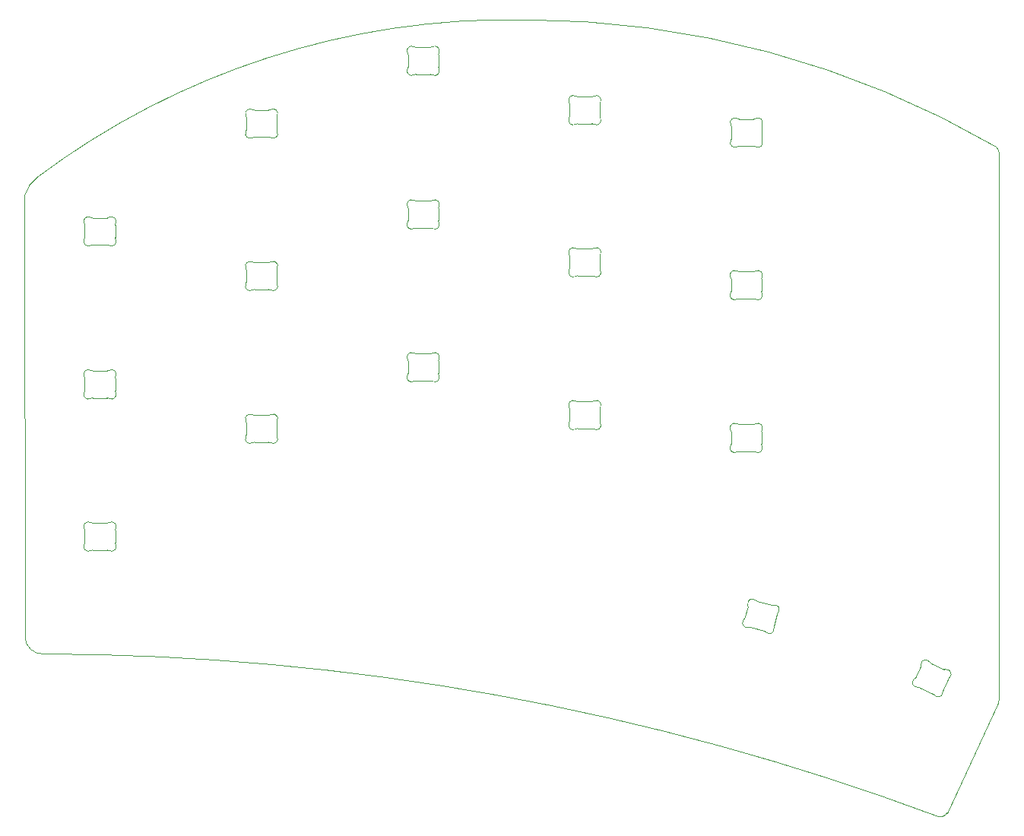
<source format=gbr>
%TF.GenerationSoftware,KiCad,Pcbnew,(6.0.0)*%
%TF.CreationDate,2022-05-06T00:59:20-07:00*%
%TF.ProjectId,half-swept,68616c66-2d73-4776-9570-742e6b696361,rev?*%
%TF.SameCoordinates,Original*%
%TF.FileFunction,Profile,NP*%
%FSLAX46Y46*%
G04 Gerber Fmt 4.6, Leading zero omitted, Abs format (unit mm)*
G04 Created by KiCad (PCBNEW (6.0.0)) date 2022-05-06 00:59:20*
%MOMM*%
%LPD*%
G01*
G04 APERTURE LIST*
%TA.AperFunction,Profile*%
%ADD10C,0.050000*%
%TD*%
%TA.AperFunction,Profile*%
%ADD11C,0.100000*%
%TD*%
G04 APERTURE END LIST*
D10*
X122369655Y-88579386D02*
X116669656Y-100779387D01*
X13929710Y-31976091D02*
X13969912Y-81244410D01*
X122481655Y-27383163D02*
G75*
G03*
X122119658Y-26579389I-1044780J12864D01*
G01*
X15356656Y-29962386D02*
G75*
G03*
X13929710Y-31976091I2445015J-3245011D01*
G01*
X122119658Y-26579388D02*
G75*
G03*
X69619659Y-12429387I-52476918J-90233343D01*
G01*
X115462832Y-101113593D02*
G75*
G03*
X16007656Y-83080508I-99965884J-268055213D01*
G01*
X13969908Y-81244410D02*
G75*
G03*
X16007656Y-83080508I1977998J146411D01*
G01*
X122481657Y-27383163D02*
X122481656Y-88079387D01*
X69619659Y-12429387D02*
G75*
G03*
X15356656Y-29962386I-1656760J-87608459D01*
G01*
X122369655Y-88579386D02*
G75*
G03*
X122481656Y-88079387I-1060057J499998D01*
G01*
X115462833Y-101113592D02*
G75*
G03*
X116669656Y-100779387I439901J757542D01*
G01*
D11*
%TO.C,D12*%
X96539594Y-80658252D02*
G75*
G03*
X96313608Y-80526991I-355400J-351710D01*
G01*
X94778844Y-80115752D02*
G75*
G03*
X94517505Y-80116435I-129408J-482973D01*
G01*
X94474291Y-77753597D02*
G75*
G03*
X94482624Y-77531302I-482953J129408D01*
G01*
X97862368Y-78436901D02*
G75*
G03*
X97351405Y-77628532I-379033J326089D01*
G01*
X97394618Y-79991368D02*
G75*
G03*
X97386285Y-80213664I482954J-129409D01*
G01*
X94006542Y-79308064D02*
G75*
G03*
X94110473Y-79111385I-379023J326085D01*
G01*
X95329315Y-77086714D02*
G75*
G03*
X94482624Y-77531302I-355395J-351702D01*
G01*
X95329316Y-77086713D02*
G75*
G03*
X95555301Y-77217974I355399J351709D01*
G01*
X94006541Y-79308064D02*
G75*
G03*
X94517504Y-80116433I379033J-326089D01*
G01*
X96539593Y-80658253D02*
G75*
G03*
X97386286Y-80213663I355396J351703D01*
G01*
X97862368Y-78436901D02*
G75*
G03*
X97758437Y-78633581I379014J-326081D01*
G01*
X97090066Y-77629214D02*
G75*
G03*
X97351405Y-77628532I129409J482964D01*
G01*
X97758437Y-78633582D02*
X97394619Y-79991368D01*
X96313608Y-80526991D02*
X94778844Y-80115752D01*
X95555301Y-77217976D02*
X97090066Y-77629215D01*
X94110473Y-79111384D02*
X94474291Y-77753597D01*
%TO.C,D16*%
X38570174Y-24919107D02*
G75*
G03*
X39272947Y-25567684I450515J-216877D01*
G01*
X39272947Y-22431088D02*
G75*
G03*
X39525205Y-22499387I252261J431710D01*
G01*
X41366369Y-25567686D02*
G75*
G03*
X41114110Y-25499387I-252261J-431710D01*
G01*
X42069143Y-23079667D02*
G75*
G03*
X41366369Y-22431089I-450516J216877D01*
G01*
X39272947Y-22431088D02*
G75*
G03*
X38570174Y-23079667I-252258J-431701D01*
G01*
X38619659Y-23296545D02*
G75*
G03*
X38570174Y-23079667I-499990J2D01*
G01*
X38570174Y-24919107D02*
G75*
G03*
X38619659Y-24702230I-450505J216876D01*
G01*
X42019657Y-24702229D02*
G75*
G03*
X42069142Y-24919107I499990J-2D01*
G01*
X41114111Y-22499388D02*
G75*
G03*
X41366369Y-22431089I-3J500009D01*
G01*
X41366369Y-25567686D02*
G75*
G03*
X42069142Y-24919106I252259J431700D01*
G01*
X42069142Y-23079667D02*
G75*
G03*
X42019657Y-23296544I450505J-216876D01*
G01*
X39525206Y-25499387D02*
G75*
G03*
X39272948Y-25567686I3J-500009D01*
G01*
X41114110Y-25499387D02*
X39525206Y-25499387D01*
X39525206Y-22499388D02*
X41114111Y-22499388D01*
X42019657Y-23296545D02*
X42019657Y-24702229D01*
X38619659Y-24702229D02*
X38619659Y-23296545D01*
%TO.C,D8*%
X56619655Y-50430545D02*
G75*
G03*
X56570170Y-50213667I-499990J2D01*
G01*
X59366365Y-52701686D02*
G75*
G03*
X59114106Y-52633387I-252261J-431710D01*
G01*
X60069138Y-50213667D02*
G75*
G03*
X60019653Y-50430544I450505J-216876D01*
G01*
X59114107Y-49633388D02*
G75*
G03*
X59366365Y-49565089I-3J500009D01*
G01*
X57272943Y-49565088D02*
G75*
G03*
X57525201Y-49633387I252261J431710D01*
G01*
X60019653Y-51836229D02*
G75*
G03*
X60069138Y-52053107I499990J-2D01*
G01*
X57272943Y-49565088D02*
G75*
G03*
X56570170Y-50213667I-252258J-431701D01*
G01*
X56570170Y-52053107D02*
G75*
G03*
X56619655Y-51836230I-450505J216876D01*
G01*
X56570170Y-52053107D02*
G75*
G03*
X57272943Y-52701684I450515J-216877D01*
G01*
X57525202Y-52633387D02*
G75*
G03*
X57272944Y-52701686I3J-500009D01*
G01*
X60069139Y-50213667D02*
G75*
G03*
X59366365Y-49565089I-450516J216877D01*
G01*
X59366365Y-52701686D02*
G75*
G03*
X60069138Y-52053106I252259J431700D01*
G01*
X59114106Y-52633387D02*
X57525202Y-52633387D01*
X57525202Y-49633388D02*
X59114107Y-49633388D01*
X60019653Y-50430545D02*
X60019653Y-51836229D01*
X56619655Y-51836229D02*
X56619655Y-50430545D01*
%TO.C,D2*%
X56619656Y-16296546D02*
G75*
G03*
X56570171Y-16079668I-499990J2D01*
G01*
X60019654Y-17702230D02*
G75*
G03*
X60069139Y-17919108I499990J-2D01*
G01*
X57525203Y-18499388D02*
G75*
G03*
X57272945Y-18567687I3J-500009D01*
G01*
X56570171Y-17919108D02*
G75*
G03*
X56619656Y-17702231I-450505J216876D01*
G01*
X60069139Y-16079668D02*
G75*
G03*
X60019654Y-16296545I450505J-216876D01*
G01*
X57272944Y-15431089D02*
G75*
G03*
X56570171Y-16079668I-252258J-431701D01*
G01*
X59114108Y-15499389D02*
G75*
G03*
X59366366Y-15431090I-3J500009D01*
G01*
X59366366Y-18567687D02*
G75*
G03*
X59114107Y-18499388I-252261J-431710D01*
G01*
X57272944Y-15431089D02*
G75*
G03*
X57525202Y-15499388I252261J431710D01*
G01*
X59366366Y-18567687D02*
G75*
G03*
X60069139Y-17919107I252259J431700D01*
G01*
X60069140Y-16079668D02*
G75*
G03*
X59366366Y-15431090I-450516J216877D01*
G01*
X56570171Y-17919108D02*
G75*
G03*
X57272944Y-18567685I450515J-216877D01*
G01*
X57525203Y-15499389D02*
X59114108Y-15499389D01*
X59114107Y-18499388D02*
X57525203Y-18499388D01*
X60019654Y-16296546D02*
X60019654Y-17702230D01*
X56619656Y-17702230D02*
X56619656Y-16296546D01*
%TO.C,D15*%
X116213259Y-87152947D02*
G75*
G03*
X116166451Y-87370419I453144J-211307D01*
G01*
X115255421Y-87661226D02*
G75*
G03*
X116166452Y-87370418I411069J284644D01*
G01*
X113725882Y-84442064D02*
G75*
G03*
X113772690Y-84224592I-453144J211307D01*
G01*
X116943832Y-85703321D02*
G75*
G03*
X116581004Y-84818504I-316649J386954D01*
G01*
X116323517Y-84773795D02*
G75*
G03*
X116581004Y-84818504I211308J453155D01*
G01*
X114683721Y-83933784D02*
G75*
G03*
X114883479Y-84102293I411074J284651D01*
G01*
X115255421Y-87661226D02*
G75*
G03*
X115055661Y-87492717I-411079J-284658D01*
G01*
X116943832Y-85703320D02*
G75*
G03*
X116807327Y-85878964I316633J-386942D01*
G01*
X114683720Y-83933785D02*
G75*
G03*
X113772690Y-84224592I-411068J-284645D01*
G01*
X112995309Y-85891691D02*
G75*
G03*
X113358137Y-86776506I316649J-386953D01*
G01*
X112995309Y-85891691D02*
G75*
G03*
X113131814Y-85716047I-316640J386948D01*
G01*
X113615625Y-86821217D02*
G75*
G03*
X113358138Y-86776508I-211308J-453155D01*
G01*
X113131815Y-85716046D02*
X113725882Y-84442064D01*
X115055661Y-87492717D02*
X113615625Y-86821217D01*
X116807327Y-85878965D02*
X116213259Y-87152947D01*
X114883480Y-84102295D02*
X116323517Y-84773795D01*
%TO.C,D11*%
X75272945Y-54899090D02*
G75*
G03*
X75525203Y-54967389I252261J431710D01*
G01*
X78069141Y-55547669D02*
G75*
G03*
X77366367Y-54899091I-450516J216877D01*
G01*
X75272945Y-54899090D02*
G75*
G03*
X74570172Y-55547669I-252258J-431701D01*
G01*
X77114109Y-54967390D02*
G75*
G03*
X77366367Y-54899091I-3J500009D01*
G01*
X74570172Y-57387109D02*
G75*
G03*
X75272945Y-58035686I450515J-216877D01*
G01*
X74570172Y-57387109D02*
G75*
G03*
X74619657Y-57170232I-450505J216876D01*
G01*
X77366367Y-58035688D02*
G75*
G03*
X78069140Y-57387108I252259J431700D01*
G01*
X78069140Y-55547669D02*
G75*
G03*
X78019655Y-55764546I450505J-216876D01*
G01*
X78019655Y-57170231D02*
G75*
G03*
X78069140Y-57387109I499990J-2D01*
G01*
X77366367Y-58035688D02*
G75*
G03*
X77114108Y-57967389I-252261J-431710D01*
G01*
X74619657Y-55764547D02*
G75*
G03*
X74570172Y-55547669I-499990J2D01*
G01*
X75525204Y-57967389D02*
G75*
G03*
X75272946Y-58035688I3J-500009D01*
G01*
X77114108Y-57967389D02*
X75525204Y-57967389D01*
X78019655Y-55764547D02*
X78019655Y-57170231D01*
X75525204Y-54967390D02*
X77114109Y-54967390D01*
X74619657Y-57170231D02*
X74619657Y-55764547D01*
%TO.C,D14*%
X78019657Y-40152232D02*
G75*
G03*
X78069142Y-40369110I499990J-2D01*
G01*
X78069143Y-38529670D02*
G75*
G03*
X77366369Y-37881092I-450516J216877D01*
G01*
X78069142Y-38529670D02*
G75*
G03*
X78019657Y-38746547I450505J-216876D01*
G01*
X75525206Y-40949390D02*
G75*
G03*
X75272948Y-41017689I3J-500009D01*
G01*
X75272947Y-37881091D02*
G75*
G03*
X74570174Y-38529670I-252258J-431701D01*
G01*
X77366369Y-41017689D02*
G75*
G03*
X77114110Y-40949390I-252261J-431710D01*
G01*
X77366369Y-41017689D02*
G75*
G03*
X78069142Y-40369109I252259J431700D01*
G01*
X74619659Y-38746548D02*
G75*
G03*
X74570174Y-38529670I-499990J2D01*
G01*
X75272947Y-37881091D02*
G75*
G03*
X75525205Y-37949390I252261J431710D01*
G01*
X74570174Y-40369110D02*
G75*
G03*
X75272947Y-41017687I450515J-216877D01*
G01*
X74570174Y-40369110D02*
G75*
G03*
X74619659Y-40152233I-450505J216876D01*
G01*
X77114111Y-37949391D02*
G75*
G03*
X77366369Y-37881092I-3J500009D01*
G01*
X75525206Y-37949391D02*
X77114111Y-37949391D01*
X78019657Y-38746548D02*
X78019657Y-40152232D01*
X74619659Y-40152232D02*
X74619659Y-38746548D01*
X77114110Y-40949390D02*
X75525206Y-40949390D01*
%TO.C,D10*%
X42069140Y-57071666D02*
G75*
G03*
X41366366Y-56423088I-450516J216877D01*
G01*
X38619656Y-57288544D02*
G75*
G03*
X38570171Y-57071666I-499990J2D01*
G01*
X39272944Y-56423087D02*
G75*
G03*
X39525202Y-56491386I252261J431710D01*
G01*
X38570171Y-58911106D02*
G75*
G03*
X38619656Y-58694229I-450505J216876D01*
G01*
X39272944Y-56423087D02*
G75*
G03*
X38570171Y-57071666I-252258J-431701D01*
G01*
X42019654Y-58694228D02*
G75*
G03*
X42069139Y-58911106I499990J-2D01*
G01*
X38570171Y-58911106D02*
G75*
G03*
X39272944Y-59559683I450515J-216877D01*
G01*
X39525203Y-59491386D02*
G75*
G03*
X39272945Y-59559685I3J-500009D01*
G01*
X41114108Y-56491387D02*
G75*
G03*
X41366366Y-56423088I-3J500009D01*
G01*
X41366366Y-59559685D02*
G75*
G03*
X41114107Y-59491386I-252261J-431710D01*
G01*
X41366366Y-59559685D02*
G75*
G03*
X42069139Y-58911105I252259J431700D01*
G01*
X42069139Y-57071666D02*
G75*
G03*
X42019654Y-57288543I450505J-216876D01*
G01*
X42019654Y-57288544D02*
X42019654Y-58694228D01*
X38619656Y-58694228D02*
X38619656Y-57288544D01*
X41114107Y-59491386D02*
X39525203Y-59491386D01*
X39525203Y-56491387D02*
X41114108Y-56491387D01*
%TO.C,D1*%
X20570171Y-36919108D02*
G75*
G03*
X20619656Y-36702231I-450505J216876D01*
G01*
X20619656Y-35296546D02*
G75*
G03*
X20570171Y-35079668I-499990J2D01*
G01*
X21272944Y-34431089D02*
G75*
G03*
X21525202Y-34499388I252261J431710D01*
G01*
X24069139Y-35079668D02*
G75*
G03*
X24019654Y-35296545I450505J-216876D01*
G01*
X23366366Y-37567687D02*
G75*
G03*
X24069139Y-36919107I252259J431700D01*
G01*
X20570171Y-36919108D02*
G75*
G03*
X21272944Y-37567685I450515J-216877D01*
G01*
X24069140Y-35079668D02*
G75*
G03*
X23366366Y-34431090I-450516J216877D01*
G01*
X24019654Y-36702230D02*
G75*
G03*
X24069139Y-36919108I499990J-2D01*
G01*
X23366366Y-37567687D02*
G75*
G03*
X23114107Y-37499388I-252261J-431710D01*
G01*
X21525203Y-37499388D02*
G75*
G03*
X21272945Y-37567687I3J-500009D01*
G01*
X23114108Y-34499389D02*
G75*
G03*
X23366366Y-34431090I-3J500009D01*
G01*
X21272944Y-34431089D02*
G75*
G03*
X20570171Y-35079668I-252258J-431701D01*
G01*
X21525203Y-34499389D02*
X23114108Y-34499389D01*
X23114107Y-37499388D02*
X21525203Y-37499388D01*
X24019654Y-35296546D02*
X24019654Y-36702230D01*
X20619656Y-36702230D02*
X20619656Y-35296546D01*
%TO.C,D9*%
X95346369Y-60575687D02*
G75*
G03*
X96049142Y-59927107I252259J431700D01*
G01*
X96049142Y-58087668D02*
G75*
G03*
X95999657Y-58304545I450505J-216876D01*
G01*
X92599659Y-58304546D02*
G75*
G03*
X92550174Y-58087668I-499990J2D01*
G01*
X93252947Y-57439089D02*
G75*
G03*
X93505205Y-57507388I252261J431710D01*
G01*
X95094111Y-57507389D02*
G75*
G03*
X95346369Y-57439090I-3J500009D01*
G01*
X93505206Y-60507388D02*
G75*
G03*
X93252948Y-60575687I3J-500009D01*
G01*
X92550174Y-59927108D02*
G75*
G03*
X93252947Y-60575685I450515J-216877D01*
G01*
X96049143Y-58087668D02*
G75*
G03*
X95346369Y-57439090I-450516J216877D01*
G01*
X95346369Y-60575687D02*
G75*
G03*
X95094110Y-60507388I-252261J-431710D01*
G01*
X92550174Y-59927108D02*
G75*
G03*
X92599659Y-59710231I-450505J216876D01*
G01*
X95999657Y-59710230D02*
G75*
G03*
X96049142Y-59927108I499990J-2D01*
G01*
X93252947Y-57439089D02*
G75*
G03*
X92550174Y-58087668I-252258J-431701D01*
G01*
X95999657Y-58304546D02*
X95999657Y-59710230D01*
X95094110Y-60507388D02*
X93505206Y-60507388D01*
X92599659Y-59710230D02*
X92599659Y-58304546D01*
X93505206Y-57507389D02*
X95094111Y-57507389D01*
%TO.C,D17*%
X74570171Y-23419107D02*
G75*
G03*
X74619656Y-23202230I-450505J216876D01*
G01*
X78069140Y-21579667D02*
G75*
G03*
X77366366Y-20931089I-450516J216877D01*
G01*
X77114108Y-20999388D02*
G75*
G03*
X77366366Y-20931089I-3J500009D01*
G01*
X78019654Y-23202229D02*
G75*
G03*
X78069139Y-23419107I499990J-2D01*
G01*
X75525203Y-23999387D02*
G75*
G03*
X75272945Y-24067686I3J-500009D01*
G01*
X77366366Y-24067686D02*
G75*
G03*
X77114107Y-23999387I-252261J-431710D01*
G01*
X77366366Y-24067686D02*
G75*
G03*
X78069139Y-23419106I252259J431700D01*
G01*
X78069139Y-21579667D02*
G75*
G03*
X78019654Y-21796544I450505J-216876D01*
G01*
X74570171Y-23419107D02*
G75*
G03*
X75272944Y-24067684I450515J-216877D01*
G01*
X75272944Y-20931088D02*
G75*
G03*
X75525202Y-20999387I252261J431710D01*
G01*
X74619656Y-21796545D02*
G75*
G03*
X74570171Y-21579667I-499990J2D01*
G01*
X75272944Y-20931088D02*
G75*
G03*
X74570171Y-21579667I-252258J-431701D01*
G01*
X75525203Y-20999388D02*
X77114108Y-20999388D01*
X77114107Y-23999387D02*
X75525203Y-23999387D01*
X78019654Y-21796545D02*
X78019654Y-23202229D01*
X74619656Y-23202229D02*
X74619656Y-21796545D01*
%TO.C,D4*%
X24019652Y-53752230D02*
G75*
G03*
X24069137Y-53969108I499990J-2D01*
G01*
X20570169Y-53969108D02*
G75*
G03*
X20619654Y-53752231I-450505J216876D01*
G01*
X20619654Y-52346546D02*
G75*
G03*
X20570169Y-52129668I-499990J2D01*
G01*
X23114106Y-51549389D02*
G75*
G03*
X23366364Y-51481090I-3J500009D01*
G01*
X20570169Y-53969108D02*
G75*
G03*
X21272942Y-54617685I450515J-216877D01*
G01*
X21525201Y-54549388D02*
G75*
G03*
X21272943Y-54617687I3J-500009D01*
G01*
X24069138Y-52129668D02*
G75*
G03*
X23366364Y-51481090I-450516J216877D01*
G01*
X21272942Y-51481089D02*
G75*
G03*
X20570169Y-52129668I-252258J-431701D01*
G01*
X24069137Y-52129668D02*
G75*
G03*
X24019652Y-52346545I450505J-216876D01*
G01*
X23366364Y-54617687D02*
G75*
G03*
X24069137Y-53969107I252259J431700D01*
G01*
X21272942Y-51481089D02*
G75*
G03*
X21525200Y-51549388I252261J431710D01*
G01*
X23366364Y-54617687D02*
G75*
G03*
X23114105Y-54549388I-252261J-431710D01*
G01*
X24019652Y-52346546D02*
X24019652Y-53752230D01*
X21525201Y-51549389D02*
X23114106Y-51549389D01*
X23114105Y-54549388D02*
X21525201Y-54549388D01*
X20619654Y-53752230D02*
X20619654Y-52346546D01*
%TO.C,D3*%
X93525203Y-26499388D02*
G75*
G03*
X93272945Y-26567687I3J-500009D01*
G01*
X92570171Y-25919108D02*
G75*
G03*
X92619656Y-25702231I-450505J216876D01*
G01*
X96069139Y-24079668D02*
G75*
G03*
X96019654Y-24296545I450505J-216876D01*
G01*
X95366366Y-26567687D02*
G75*
G03*
X96069139Y-25919107I252259J431700D01*
G01*
X96069140Y-24079668D02*
G75*
G03*
X95366366Y-23431090I-450516J216877D01*
G01*
X93272944Y-23431089D02*
G75*
G03*
X92570171Y-24079668I-252258J-431701D01*
G01*
X96019654Y-25702230D02*
G75*
G03*
X96069139Y-25919108I499990J-2D01*
G01*
X95114108Y-23499389D02*
G75*
G03*
X95366366Y-23431090I-3J500009D01*
G01*
X95366366Y-26567687D02*
G75*
G03*
X95114107Y-26499388I-252261J-431710D01*
G01*
X93272944Y-23431089D02*
G75*
G03*
X93525202Y-23499388I252261J431710D01*
G01*
X92570171Y-25919108D02*
G75*
G03*
X93272944Y-26567685I450515J-216877D01*
G01*
X92619656Y-24296546D02*
G75*
G03*
X92570171Y-24079668I-499990J2D01*
G01*
X92619656Y-25702230D02*
X92619656Y-24296546D01*
X95114107Y-26499388D02*
X93525203Y-26499388D01*
X96019654Y-24296546D02*
X96019654Y-25702230D01*
X93525203Y-23499389D02*
X95114108Y-23499389D01*
%TO.C,D7*%
X23114109Y-68499389D02*
G75*
G03*
X23366367Y-68431090I-3J500009D01*
G01*
X24019655Y-70702230D02*
G75*
G03*
X24069140Y-70919108I499990J-2D01*
G01*
X23366367Y-71567687D02*
G75*
G03*
X23114108Y-71499388I-252261J-431710D01*
G01*
X20570172Y-70919108D02*
G75*
G03*
X20619657Y-70702231I-450505J216876D01*
G01*
X24069141Y-69079668D02*
G75*
G03*
X23366367Y-68431090I-450516J216877D01*
G01*
X21272945Y-68431089D02*
G75*
G03*
X20570172Y-69079668I-252258J-431701D01*
G01*
X21272945Y-68431089D02*
G75*
G03*
X21525203Y-68499388I252261J431710D01*
G01*
X20570172Y-70919108D02*
G75*
G03*
X21272945Y-71567685I450515J-216877D01*
G01*
X24069140Y-69079668D02*
G75*
G03*
X24019655Y-69296545I450505J-216876D01*
G01*
X20619657Y-69296546D02*
G75*
G03*
X20570172Y-69079668I-499990J2D01*
G01*
X21525204Y-71499388D02*
G75*
G03*
X21272946Y-71567687I3J-500009D01*
G01*
X23366367Y-71567687D02*
G75*
G03*
X24069140Y-70919107I252259J431700D01*
G01*
X20619657Y-70702230D02*
X20619657Y-69296546D01*
X23114108Y-71499388D02*
X21525204Y-71499388D01*
X24019655Y-69296546D02*
X24019655Y-70702230D01*
X21525204Y-68499389D02*
X23114109Y-68499389D01*
%TO.C,D5*%
X57272947Y-32547088D02*
G75*
G03*
X56570174Y-33195667I-252258J-431701D01*
G01*
X60069143Y-33195667D02*
G75*
G03*
X59366369Y-32547089I-450516J216877D01*
G01*
X56570174Y-35035107D02*
G75*
G03*
X57272947Y-35683684I450515J-216877D01*
G01*
X60019657Y-34818229D02*
G75*
G03*
X60069142Y-35035107I499990J-2D01*
G01*
X60069142Y-33195667D02*
G75*
G03*
X60019657Y-33412544I450505J-216876D01*
G01*
X59366369Y-35683686D02*
G75*
G03*
X59114110Y-35615387I-252261J-431710D01*
G01*
X57525206Y-35615387D02*
G75*
G03*
X57272948Y-35683686I3J-500009D01*
G01*
X56570174Y-35035107D02*
G75*
G03*
X56619659Y-34818230I-450505J216876D01*
G01*
X59366369Y-35683686D02*
G75*
G03*
X60069142Y-35035106I252259J431700D01*
G01*
X57272947Y-32547088D02*
G75*
G03*
X57525205Y-32615387I252261J431710D01*
G01*
X59114111Y-32615388D02*
G75*
G03*
X59366369Y-32547089I-3J500009D01*
G01*
X56619659Y-33412545D02*
G75*
G03*
X56570174Y-33195667I-499990J2D01*
G01*
X57525206Y-32615388D02*
X59114111Y-32615388D01*
X59114110Y-35615387D02*
X57525206Y-35615387D01*
X60019657Y-33412545D02*
X60019657Y-34818229D01*
X56619659Y-34818229D02*
X56619659Y-33412545D01*
%TO.C,D6*%
X95346366Y-43557687D02*
G75*
G03*
X96049139Y-42909107I252259J431700D01*
G01*
X93252944Y-40421089D02*
G75*
G03*
X92550171Y-41069668I-252258J-431701D01*
G01*
X95094108Y-40489389D02*
G75*
G03*
X95346366Y-40421090I-3J500009D01*
G01*
X92550171Y-42909108D02*
G75*
G03*
X92599656Y-42692231I-450505J216876D01*
G01*
X93252944Y-40421089D02*
G75*
G03*
X93505202Y-40489388I252261J431710D01*
G01*
X92599656Y-41286546D02*
G75*
G03*
X92550171Y-41069668I-499990J2D01*
G01*
X95999654Y-42692230D02*
G75*
G03*
X96049139Y-42909108I499990J-2D01*
G01*
X96049140Y-41069668D02*
G75*
G03*
X95346366Y-40421090I-450516J216877D01*
G01*
X93505203Y-43489388D02*
G75*
G03*
X93252945Y-43557687I3J-500009D01*
G01*
X96049139Y-41069668D02*
G75*
G03*
X95999654Y-41286545I450505J-216876D01*
G01*
X92550171Y-42909108D02*
G75*
G03*
X93252944Y-43557685I450515J-216877D01*
G01*
X95346366Y-43557687D02*
G75*
G03*
X95094107Y-43489388I-252261J-431710D01*
G01*
X93505203Y-40489389D02*
X95094108Y-40489389D01*
X92599656Y-42692230D02*
X92599656Y-41286546D01*
X95094107Y-43489388D02*
X93505203Y-43489388D01*
X95999654Y-41286546D02*
X95999654Y-42692230D01*
%TO.C,D13*%
X39525204Y-42473388D02*
G75*
G03*
X39272946Y-42541687I3J-500009D01*
G01*
X38619657Y-40270546D02*
G75*
G03*
X38570172Y-40053668I-499990J2D01*
G01*
X42069140Y-40053668D02*
G75*
G03*
X42019655Y-40270545I450505J-216876D01*
G01*
X39272945Y-39405089D02*
G75*
G03*
X39525203Y-39473388I252261J431710D01*
G01*
X38570172Y-41893108D02*
G75*
G03*
X39272945Y-42541685I450515J-216877D01*
G01*
X41366367Y-42541687D02*
G75*
G03*
X41114108Y-42473388I-252261J-431710D01*
G01*
X42019655Y-41676230D02*
G75*
G03*
X42069140Y-41893108I499990J-2D01*
G01*
X39272945Y-39405089D02*
G75*
G03*
X38570172Y-40053668I-252258J-431701D01*
G01*
X38570172Y-41893108D02*
G75*
G03*
X38619657Y-41676231I-450505J216876D01*
G01*
X41114109Y-39473389D02*
G75*
G03*
X41366367Y-39405090I-3J500009D01*
G01*
X41366367Y-42541687D02*
G75*
G03*
X42069140Y-41893107I252259J431700D01*
G01*
X42069141Y-40053668D02*
G75*
G03*
X41366367Y-39405090I-450516J216877D01*
G01*
X39525204Y-39473389D02*
X41114109Y-39473389D01*
X38619657Y-41676230D02*
X38619657Y-40270546D01*
X41114108Y-42473388D02*
X39525204Y-42473388D01*
X42019655Y-40270546D02*
X42019655Y-41676230D01*
%TO.C,D34*%
X39525206Y-25499387D02*
G75*
G03*
X39272947Y-25567686I-6J-499982D01*
G01*
X38570174Y-24919106D02*
G75*
G03*
X39272947Y-25567686I450515J-216879D01*
G01*
X41366369Y-25567684D02*
G75*
G03*
X42069142Y-24919107I252258J431700D01*
G01*
X41366368Y-25567686D02*
G75*
G03*
X41114110Y-25499387I-252261J-431710D01*
G01*
X38619659Y-23296544D02*
G75*
G03*
X38570174Y-23079667I-499990J1D01*
G01*
X39272947Y-22431089D02*
G75*
G03*
X39525205Y-22499388I252261J431710D01*
G01*
X39272947Y-22431090D02*
G75*
G03*
X38570174Y-23079667I-252258J-431700D01*
G01*
X38570174Y-24919107D02*
G75*
G03*
X38619659Y-24702229I-450505J216876D01*
G01*
X42069142Y-23079667D02*
G75*
G03*
X41366369Y-22431088I-450515J216878D01*
G01*
X41114111Y-22499387D02*
G75*
G03*
X41366369Y-22431088I5J499982D01*
G01*
X42019657Y-24702230D02*
G75*
G03*
X42069142Y-24919107I499990J-1D01*
G01*
X42069142Y-23079667D02*
G75*
G03*
X42019657Y-23296545I450505J-216876D01*
G01*
X42019657Y-24702229D02*
X42019657Y-23296545D01*
X38619659Y-23296545D02*
X38619659Y-24702229D01*
X41114110Y-22499388D02*
X39525205Y-22499388D01*
X39525206Y-25499387D02*
X41114110Y-25499387D01*
%TO.C,D26*%
X60019653Y-51836230D02*
G75*
G03*
X60069138Y-52053107I499990J-1D01*
G01*
X57525202Y-52633387D02*
G75*
G03*
X57272943Y-52701686I-6J-499982D01*
G01*
X59114107Y-49633387D02*
G75*
G03*
X59366365Y-49565088I5J499982D01*
G01*
X56619655Y-50430544D02*
G75*
G03*
X56570170Y-50213667I-499990J1D01*
G01*
X59366364Y-52701686D02*
G75*
G03*
X59114106Y-52633387I-252261J-431710D01*
G01*
X57272943Y-49565090D02*
G75*
G03*
X56570170Y-50213667I-252258J-431700D01*
G01*
X60069138Y-50213667D02*
G75*
G03*
X60019653Y-50430545I450505J-216876D01*
G01*
X56570170Y-52053106D02*
G75*
G03*
X57272943Y-52701686I450515J-216879D01*
G01*
X57272943Y-49565089D02*
G75*
G03*
X57525201Y-49633388I252261J431710D01*
G01*
X56570170Y-52053107D02*
G75*
G03*
X56619655Y-51836229I-450505J216876D01*
G01*
X60069138Y-50213667D02*
G75*
G03*
X59366365Y-49565088I-450515J216878D01*
G01*
X59366365Y-52701684D02*
G75*
G03*
X60069138Y-52053107I252258J431700D01*
G01*
X59114106Y-49633388D02*
X57525201Y-49633388D01*
X57525202Y-52633387D02*
X59114106Y-52633387D01*
X56619655Y-50430545D02*
X56619655Y-51836229D01*
X60019653Y-51836229D02*
X60019653Y-50430545D01*
%TO.C,D31*%
X41366366Y-42541687D02*
G75*
G03*
X41114108Y-42473388I-252261J-431710D01*
G01*
X42069140Y-40053668D02*
G75*
G03*
X41366367Y-39405089I-450515J216878D01*
G01*
X38570172Y-41893108D02*
G75*
G03*
X38619657Y-41676230I-450505J216876D01*
G01*
X42019655Y-41676231D02*
G75*
G03*
X42069140Y-41893108I499990J-1D01*
G01*
X38619657Y-40270545D02*
G75*
G03*
X38570172Y-40053668I-499990J1D01*
G01*
X39272945Y-39405090D02*
G75*
G03*
X39525203Y-39473389I252261J431710D01*
G01*
X41366367Y-42541685D02*
G75*
G03*
X42069140Y-41893108I252258J431700D01*
G01*
X39272945Y-39405091D02*
G75*
G03*
X38570172Y-40053668I-252258J-431700D01*
G01*
X39525204Y-42473388D02*
G75*
G03*
X39272945Y-42541687I-6J-499982D01*
G01*
X38570172Y-41893107D02*
G75*
G03*
X39272945Y-42541687I450515J-216879D01*
G01*
X41114109Y-39473388D02*
G75*
G03*
X41366367Y-39405089I5J499982D01*
G01*
X42069140Y-40053668D02*
G75*
G03*
X42019655Y-40270546I450505J-216876D01*
G01*
X41114108Y-39473389D02*
X39525203Y-39473389D01*
X39525204Y-42473388D02*
X41114108Y-42473388D01*
X42019655Y-41676230D02*
X42019655Y-40270546D01*
X38619657Y-40270546D02*
X38619657Y-41676230D01*
%TO.C,D28*%
X39272944Y-56423088D02*
G75*
G03*
X39525202Y-56491387I252261J431710D01*
G01*
X38619656Y-57288543D02*
G75*
G03*
X38570171Y-57071666I-499990J1D01*
G01*
X38570171Y-58911106D02*
G75*
G03*
X38619656Y-58694228I-450505J216876D01*
G01*
X39525203Y-59491386D02*
G75*
G03*
X39272944Y-59559685I-6J-499982D01*
G01*
X42069139Y-57071666D02*
G75*
G03*
X42019654Y-57288544I450505J-216876D01*
G01*
X42019654Y-58694229D02*
G75*
G03*
X42069139Y-58911106I499990J-1D01*
G01*
X39272944Y-56423089D02*
G75*
G03*
X38570171Y-57071666I-252258J-431700D01*
G01*
X41366366Y-59559683D02*
G75*
G03*
X42069139Y-58911106I252258J431700D01*
G01*
X41114108Y-56491386D02*
G75*
G03*
X41366366Y-56423087I5J499982D01*
G01*
X38570171Y-58911105D02*
G75*
G03*
X39272944Y-59559685I450515J-216879D01*
G01*
X41366365Y-59559685D02*
G75*
G03*
X41114107Y-59491386I-252261J-431710D01*
G01*
X42069139Y-57071666D02*
G75*
G03*
X41366366Y-56423087I-450515J216878D01*
G01*
X38619656Y-57288544D02*
X38619656Y-58694228D01*
X39525203Y-59491386D02*
X41114107Y-59491386D01*
X41114107Y-56491387D02*
X39525202Y-56491387D01*
X42019654Y-58694228D02*
X42019654Y-57288544D01*
%TO.C,D32*%
X75272947Y-37881093D02*
G75*
G03*
X74570174Y-38529670I-252258J-431700D01*
G01*
X78069142Y-38529670D02*
G75*
G03*
X78019657Y-38746548I450505J-216876D01*
G01*
X77366368Y-41017689D02*
G75*
G03*
X77114110Y-40949390I-252261J-431710D01*
G01*
X75272947Y-37881092D02*
G75*
G03*
X75525205Y-37949391I252261J431710D01*
G01*
X74619659Y-38746547D02*
G75*
G03*
X74570174Y-38529670I-499990J1D01*
G01*
X74570174Y-40369109D02*
G75*
G03*
X75272947Y-41017689I450515J-216879D01*
G01*
X77366369Y-41017687D02*
G75*
G03*
X78069142Y-40369110I252258J431700D01*
G01*
X77114111Y-37949390D02*
G75*
G03*
X77366369Y-37881091I5J499982D01*
G01*
X78069142Y-38529670D02*
G75*
G03*
X77366369Y-37881091I-450515J216878D01*
G01*
X75525206Y-40949390D02*
G75*
G03*
X75272947Y-41017689I-6J-499982D01*
G01*
X78019657Y-40152233D02*
G75*
G03*
X78069142Y-40369110I499990J-1D01*
G01*
X74570174Y-40369110D02*
G75*
G03*
X74619659Y-40152232I-450505J216876D01*
G01*
X77114110Y-37949391D02*
X75525205Y-37949391D01*
X74619659Y-38746548D02*
X74619659Y-40152232D01*
X78019657Y-40152232D02*
X78019657Y-38746548D01*
X75525206Y-40949390D02*
X77114110Y-40949390D01*
%TO.C,D21*%
X95366365Y-26567687D02*
G75*
G03*
X95114107Y-26499388I-252261J-431710D01*
G01*
X93272944Y-23431091D02*
G75*
G03*
X92570171Y-24079668I-252258J-431700D01*
G01*
X95366366Y-26567685D02*
G75*
G03*
X96069139Y-25919108I252258J431700D01*
G01*
X93525203Y-26499388D02*
G75*
G03*
X93272944Y-26567687I-6J-499982D01*
G01*
X92570171Y-25919108D02*
G75*
G03*
X92619656Y-25702230I-450505J216876D01*
G01*
X92619656Y-24296545D02*
G75*
G03*
X92570171Y-24079668I-499990J1D01*
G01*
X96069139Y-24079668D02*
G75*
G03*
X95366366Y-23431089I-450515J216878D01*
G01*
X95114108Y-23499388D02*
G75*
G03*
X95366366Y-23431089I5J499982D01*
G01*
X96069139Y-24079668D02*
G75*
G03*
X96019654Y-24296546I450505J-216876D01*
G01*
X93272944Y-23431090D02*
G75*
G03*
X93525202Y-23499389I252261J431710D01*
G01*
X96019654Y-25702231D02*
G75*
G03*
X96069139Y-25919108I499990J-1D01*
G01*
X92570171Y-25919107D02*
G75*
G03*
X93272944Y-26567687I450515J-216879D01*
G01*
X95114107Y-23499389D02*
X93525202Y-23499389D01*
X93525203Y-26499388D02*
X95114107Y-26499388D01*
X92619656Y-24296546D02*
X92619656Y-25702230D01*
X96019654Y-25702230D02*
X96019654Y-24296546D01*
%TO.C,D19*%
X21525203Y-37499388D02*
G75*
G03*
X21272944Y-37567687I-6J-499982D01*
G01*
X23366365Y-37567687D02*
G75*
G03*
X23114107Y-37499388I-252261J-431710D01*
G01*
X24069139Y-35079668D02*
G75*
G03*
X23366366Y-34431089I-450515J216878D01*
G01*
X20570171Y-36919107D02*
G75*
G03*
X21272944Y-37567687I450515J-216879D01*
G01*
X20619656Y-35296545D02*
G75*
G03*
X20570171Y-35079668I-499990J1D01*
G01*
X21272944Y-34431091D02*
G75*
G03*
X20570171Y-35079668I-252258J-431700D01*
G01*
X20570171Y-36919108D02*
G75*
G03*
X20619656Y-36702230I-450505J216876D01*
G01*
X23114108Y-34499388D02*
G75*
G03*
X23366366Y-34431089I5J499982D01*
G01*
X21272944Y-34431090D02*
G75*
G03*
X21525202Y-34499389I252261J431710D01*
G01*
X24019654Y-36702231D02*
G75*
G03*
X24069139Y-36919108I499990J-1D01*
G01*
X24069139Y-35079668D02*
G75*
G03*
X24019654Y-35296546I450505J-216876D01*
G01*
X23366366Y-37567685D02*
G75*
G03*
X24069139Y-36919108I252258J431700D01*
G01*
X23114107Y-34499389D02*
X21525202Y-34499389D01*
X24019654Y-36702230D02*
X24019654Y-35296546D01*
X20619656Y-35296546D02*
X20619656Y-36702230D01*
X21525203Y-37499388D02*
X23114107Y-37499388D01*
%TO.C,D23*%
X56570174Y-35035107D02*
G75*
G03*
X56619659Y-34818229I-450505J216876D01*
G01*
X57525206Y-35615387D02*
G75*
G03*
X57272947Y-35683686I-6J-499982D01*
G01*
X56570174Y-35035106D02*
G75*
G03*
X57272947Y-35683686I450515J-216879D01*
G01*
X57272947Y-32547089D02*
G75*
G03*
X57525205Y-32615388I252261J431710D01*
G01*
X56619659Y-33412544D02*
G75*
G03*
X56570174Y-33195667I-499990J1D01*
G01*
X57272947Y-32547090D02*
G75*
G03*
X56570174Y-33195667I-252258J-431700D01*
G01*
X60069142Y-33195667D02*
G75*
G03*
X59366369Y-32547088I-450515J216878D01*
G01*
X59366368Y-35683686D02*
G75*
G03*
X59114110Y-35615387I-252261J-431710D01*
G01*
X59114111Y-32615387D02*
G75*
G03*
X59366369Y-32547088I5J499982D01*
G01*
X60019657Y-34818230D02*
G75*
G03*
X60069142Y-35035107I499990J-1D01*
G01*
X59366369Y-35683684D02*
G75*
G03*
X60069142Y-35035107I252258J431700D01*
G01*
X60069142Y-33195667D02*
G75*
G03*
X60019657Y-33412545I450505J-216876D01*
G01*
X60019657Y-34818229D02*
X60019657Y-33412545D01*
X59114110Y-32615388D02*
X57525205Y-32615388D01*
X56619659Y-33412545D02*
X56619659Y-34818229D01*
X57525206Y-35615387D02*
X59114110Y-35615387D01*
%TO.C,D22*%
X20619654Y-52346545D02*
G75*
G03*
X20570169Y-52129668I-499990J1D01*
G01*
X24019652Y-53752231D02*
G75*
G03*
X24069137Y-53969108I499990J-1D01*
G01*
X21272942Y-51481090D02*
G75*
G03*
X21525200Y-51549389I252261J431710D01*
G01*
X24069137Y-52129668D02*
G75*
G03*
X24019652Y-52346546I450505J-216876D01*
G01*
X24069137Y-52129668D02*
G75*
G03*
X23366364Y-51481089I-450515J216878D01*
G01*
X21272942Y-51481091D02*
G75*
G03*
X20570169Y-52129668I-252258J-431700D01*
G01*
X20570169Y-53969107D02*
G75*
G03*
X21272942Y-54617687I450515J-216879D01*
G01*
X20570169Y-53969108D02*
G75*
G03*
X20619654Y-53752230I-450505J216876D01*
G01*
X23366364Y-54617685D02*
G75*
G03*
X24069137Y-53969108I252258J431700D01*
G01*
X21525201Y-54549388D02*
G75*
G03*
X21272942Y-54617687I-6J-499982D01*
G01*
X23366363Y-54617687D02*
G75*
G03*
X23114105Y-54549388I-252261J-431710D01*
G01*
X23114106Y-51549388D02*
G75*
G03*
X23366364Y-51481089I5J499982D01*
G01*
X23114105Y-51549389D02*
X21525200Y-51549389D01*
X21525201Y-54549388D02*
X23114105Y-54549388D01*
X24019652Y-53752230D02*
X24019652Y-52346546D01*
X20619654Y-52346546D02*
X20619654Y-53752230D01*
%TO.C,D35*%
X74570171Y-23419106D02*
G75*
G03*
X75272944Y-24067686I450515J-216879D01*
G01*
X75272944Y-20931090D02*
G75*
G03*
X74570171Y-21579667I-252258J-431700D01*
G01*
X77114108Y-20999387D02*
G75*
G03*
X77366366Y-20931088I5J499982D01*
G01*
X75525203Y-23999387D02*
G75*
G03*
X75272944Y-24067686I-6J-499982D01*
G01*
X78069139Y-21579667D02*
G75*
G03*
X77366366Y-20931088I-450515J216878D01*
G01*
X74619656Y-21796544D02*
G75*
G03*
X74570171Y-21579667I-499990J1D01*
G01*
X77366366Y-24067684D02*
G75*
G03*
X78069139Y-23419107I252258J431700D01*
G01*
X78019654Y-23202230D02*
G75*
G03*
X78069139Y-23419107I499990J-1D01*
G01*
X77366365Y-24067686D02*
G75*
G03*
X77114107Y-23999387I-252261J-431710D01*
G01*
X74570171Y-23419107D02*
G75*
G03*
X74619656Y-23202229I-450505J216876D01*
G01*
X75272944Y-20931089D02*
G75*
G03*
X75525202Y-20999388I252261J431710D01*
G01*
X78069139Y-21579667D02*
G75*
G03*
X78019654Y-21796545I450505J-216876D01*
G01*
X78019654Y-23202229D02*
X78019654Y-21796545D01*
X77114107Y-20999388D02*
X75525202Y-20999388D01*
X75525203Y-23999387D02*
X77114107Y-23999387D01*
X74619656Y-21796545D02*
X74619656Y-23202229D01*
%TO.C,D25*%
X21272945Y-68431090D02*
G75*
G03*
X21525203Y-68499389I252261J431710D01*
G01*
X20570172Y-70919107D02*
G75*
G03*
X21272945Y-71567687I450515J-216879D01*
G01*
X20570172Y-70919108D02*
G75*
G03*
X20619657Y-70702230I-450505J216876D01*
G01*
X24019655Y-70702231D02*
G75*
G03*
X24069140Y-70919108I499990J-1D01*
G01*
X21525204Y-71499388D02*
G75*
G03*
X21272945Y-71567687I-6J-499982D01*
G01*
X23114109Y-68499388D02*
G75*
G03*
X23366367Y-68431089I5J499982D01*
G01*
X21272945Y-68431091D02*
G75*
G03*
X20570172Y-69079668I-252258J-431700D01*
G01*
X24069140Y-69079668D02*
G75*
G03*
X24019655Y-69296546I450505J-216876D01*
G01*
X24069140Y-69079668D02*
G75*
G03*
X23366367Y-68431089I-450515J216878D01*
G01*
X23366366Y-71567687D02*
G75*
G03*
X23114108Y-71499388I-252261J-431710D01*
G01*
X20619657Y-69296545D02*
G75*
G03*
X20570172Y-69079668I-499990J1D01*
G01*
X23366367Y-71567685D02*
G75*
G03*
X24069140Y-70919108I252258J431700D01*
G01*
X23114108Y-68499389D02*
X21525203Y-68499389D01*
X21525204Y-71499388D02*
X23114108Y-71499388D01*
X20619657Y-69296546D02*
X20619657Y-70702230D01*
X24019655Y-70702230D02*
X24019655Y-69296546D01*
%TO.C,D24*%
X93505203Y-43489388D02*
G75*
G03*
X93252944Y-43557687I-6J-499982D01*
G01*
X95346365Y-43557687D02*
G75*
G03*
X95094107Y-43489388I-252261J-431710D01*
G01*
X95094108Y-40489388D02*
G75*
G03*
X95346366Y-40421089I5J499982D01*
G01*
X96049139Y-41069668D02*
G75*
G03*
X95999654Y-41286546I450505J-216876D01*
G01*
X95346366Y-43557685D02*
G75*
G03*
X96049139Y-42909108I252258J431700D01*
G01*
X96049139Y-41069668D02*
G75*
G03*
X95346366Y-40421089I-450515J216878D01*
G01*
X93252944Y-40421090D02*
G75*
G03*
X93505202Y-40489389I252261J431710D01*
G01*
X92550171Y-42909107D02*
G75*
G03*
X93252944Y-43557687I450515J-216879D01*
G01*
X93252944Y-40421091D02*
G75*
G03*
X92550171Y-41069668I-252258J-431700D01*
G01*
X92599656Y-41286545D02*
G75*
G03*
X92550171Y-41069668I-499990J1D01*
G01*
X92550171Y-42909108D02*
G75*
G03*
X92599656Y-42692230I-450505J216876D01*
G01*
X95999654Y-42692231D02*
G75*
G03*
X96049139Y-42909108I499990J-1D01*
G01*
X92599656Y-41286546D02*
X92599656Y-42692230D01*
X95094107Y-40489389D02*
X93505202Y-40489389D01*
X93505203Y-43489388D02*
X95094107Y-43489388D01*
X95999654Y-42692230D02*
X95999654Y-41286546D01*
%TO.C,D30*%
X97394618Y-79991369D02*
G75*
G03*
X97386285Y-80213664I482954J-129408D01*
G01*
X97862368Y-78436901D02*
G75*
G03*
X97351406Y-77628531I-379032J326090D01*
G01*
X95329316Y-77086714D02*
G75*
G03*
X94482624Y-77531302I-355396J-351702D01*
G01*
X95329316Y-77086714D02*
G75*
G03*
X95555300Y-77217975I355399J351709D01*
G01*
X97090066Y-77629214D02*
G75*
G03*
X97351406Y-77628531I129409J482965D01*
G01*
X94778844Y-80115753D02*
G75*
G03*
X94517504Y-80116435I-129410J-482943D01*
G01*
X96539593Y-80658252D02*
G75*
G03*
X96313608Y-80526991I-355396J-351702D01*
G01*
X94006542Y-79308064D02*
G75*
G03*
X94110473Y-79111384I-379023J326085D01*
G01*
X94006542Y-79308063D02*
G75*
G03*
X94517504Y-80116435I379032J-326091D01*
G01*
X94474291Y-77753596D02*
G75*
G03*
X94482624Y-77531302I-482953J129407D01*
G01*
X97862369Y-78436901D02*
G75*
G03*
X97758437Y-78633582I379021J-326086D01*
G01*
X96539596Y-80658249D02*
G75*
G03*
X97386285Y-80213664I355394J351700D01*
G01*
X94778844Y-80115752D02*
X96313608Y-80526991D01*
X94474291Y-77753597D02*
X94110473Y-79111384D01*
X97090065Y-77629214D02*
X95555300Y-77217975D01*
X97394619Y-79991368D02*
X97758437Y-78633582D01*
%TO.C,D29*%
X75272945Y-54899091D02*
G75*
G03*
X75525203Y-54967390I252261J431710D01*
G01*
X75525204Y-57967389D02*
G75*
G03*
X75272945Y-58035688I-6J-499982D01*
G01*
X77114109Y-54967389D02*
G75*
G03*
X77366367Y-54899090I5J499982D01*
G01*
X74619657Y-55764546D02*
G75*
G03*
X74570172Y-55547669I-499990J1D01*
G01*
X74570172Y-57387109D02*
G75*
G03*
X74619657Y-57170231I-450505J216876D01*
G01*
X77366366Y-58035688D02*
G75*
G03*
X77114108Y-57967389I-252261J-431710D01*
G01*
X78069140Y-55547669D02*
G75*
G03*
X78019655Y-55764547I450505J-216876D01*
G01*
X75272945Y-54899092D02*
G75*
G03*
X74570172Y-55547669I-252258J-431700D01*
G01*
X78019655Y-57170232D02*
G75*
G03*
X78069140Y-57387109I499990J-1D01*
G01*
X78069140Y-55547669D02*
G75*
G03*
X77366367Y-54899090I-450515J216878D01*
G01*
X74570172Y-57387108D02*
G75*
G03*
X75272945Y-58035688I450515J-216879D01*
G01*
X77366367Y-58035686D02*
G75*
G03*
X78069140Y-57387109I252258J431700D01*
G01*
X75525204Y-57967389D02*
X77114108Y-57967389D01*
X77114108Y-54967390D02*
X75525203Y-54967390D01*
X74619657Y-55764547D02*
X74619657Y-57170231D01*
X78019655Y-57170231D02*
X78019655Y-55764547D01*
%TO.C,D33*%
X112995309Y-85891691D02*
G75*
G03*
X113131815Y-85716046I-316640J386948D01*
G01*
X116943832Y-85703320D02*
G75*
G03*
X116807327Y-85878965I316641J-386948D01*
G01*
X113615625Y-86821218D02*
G75*
G03*
X113358137Y-86776508I-211307J-453134D01*
G01*
X114683720Y-83933786D02*
G75*
G03*
X114883479Y-84102294I411074J284652D01*
G01*
X116213259Y-87152948D02*
G75*
G03*
X116166451Y-87370419I453144J-211306D01*
G01*
X116323517Y-84773793D02*
G75*
G03*
X116581005Y-84818503I211306J453134D01*
G01*
X113725883Y-84442063D02*
G75*
G03*
X113772690Y-84224592I-453174J211312D01*
G01*
X116943832Y-85703320D02*
G75*
G03*
X116581005Y-84818503I-316648J386954D01*
G01*
X115255420Y-87661226D02*
G75*
G03*
X115055661Y-87492717I-411074J-284652D01*
G01*
X115255422Y-87661224D02*
G75*
G03*
X116166451Y-87370419I411068J284644D01*
G01*
X114683720Y-83933786D02*
G75*
G03*
X113772690Y-84224592I-411068J-284645D01*
G01*
X112995310Y-85891690D02*
G75*
G03*
X113358137Y-86776508I316648J-386955D01*
G01*
X113615625Y-86821217D02*
X115055661Y-87492717D01*
X116213259Y-87152947D02*
X116807327Y-85878965D01*
X116323516Y-84773795D02*
X114883479Y-84102294D01*
X113725882Y-84442064D02*
X113131815Y-85716046D01*
%TO.C,D20*%
X57272944Y-15431090D02*
G75*
G03*
X57525202Y-15499389I252261J431710D01*
G01*
X59114108Y-15499388D02*
G75*
G03*
X59366366Y-15431089I5J499982D01*
G01*
X56619656Y-16296545D02*
G75*
G03*
X56570171Y-16079668I-499990J1D01*
G01*
X56570171Y-17919108D02*
G75*
G03*
X56619656Y-17702230I-450505J216876D01*
G01*
X59366365Y-18567687D02*
G75*
G03*
X59114107Y-18499388I-252261J-431710D01*
G01*
X57272944Y-15431091D02*
G75*
G03*
X56570171Y-16079668I-252258J-431700D01*
G01*
X60019654Y-17702231D02*
G75*
G03*
X60069139Y-17919108I499990J-1D01*
G01*
X56570171Y-17919107D02*
G75*
G03*
X57272944Y-18567687I450515J-216879D01*
G01*
X60069139Y-16079668D02*
G75*
G03*
X59366366Y-15431089I-450515J216878D01*
G01*
X57525203Y-18499388D02*
G75*
G03*
X57272944Y-18567687I-6J-499982D01*
G01*
X60069139Y-16079668D02*
G75*
G03*
X60019654Y-16296546I450505J-216876D01*
G01*
X59366366Y-18567685D02*
G75*
G03*
X60069139Y-17919108I252258J431700D01*
G01*
X57525203Y-18499388D02*
X59114107Y-18499388D01*
X60019654Y-17702230D02*
X60019654Y-16296546D01*
X59114107Y-15499389D02*
X57525202Y-15499389D01*
X56619656Y-16296546D02*
X56619656Y-17702230D01*
%TO.C,D27*%
X93252947Y-57439090D02*
G75*
G03*
X93505205Y-57507389I252261J431710D01*
G01*
X95346368Y-60575687D02*
G75*
G03*
X95094110Y-60507388I-252261J-431710D01*
G01*
X93252947Y-57439091D02*
G75*
G03*
X92550174Y-58087668I-252258J-431700D01*
G01*
X93505206Y-60507388D02*
G75*
G03*
X93252947Y-60575687I-6J-499982D01*
G01*
X95999657Y-59710231D02*
G75*
G03*
X96049142Y-59927108I499990J-1D01*
G01*
X95346369Y-60575685D02*
G75*
G03*
X96049142Y-59927108I252258J431700D01*
G01*
X92599659Y-58304545D02*
G75*
G03*
X92550174Y-58087668I-499990J1D01*
G01*
X95094111Y-57507388D02*
G75*
G03*
X95346369Y-57439089I5J499982D01*
G01*
X92550174Y-59927108D02*
G75*
G03*
X92599659Y-59710230I-450505J216876D01*
G01*
X96049142Y-58087668D02*
G75*
G03*
X95346369Y-57439089I-450515J216878D01*
G01*
X92550174Y-59927107D02*
G75*
G03*
X93252947Y-60575687I450515J-216879D01*
G01*
X96049142Y-58087668D02*
G75*
G03*
X95999657Y-58304546I450505J-216876D01*
G01*
X95094110Y-57507389D02*
X93505205Y-57507389D01*
X95999657Y-59710230D02*
X95999657Y-58304546D01*
X92599659Y-58304546D02*
X92599659Y-59710230D01*
X93505206Y-60507388D02*
X95094110Y-60507388D01*
%TD*%
M02*

</source>
